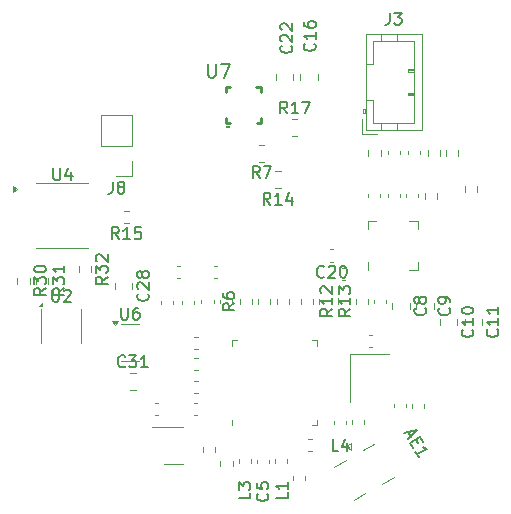
<source format=gbr>
%TF.GenerationSoftware,KiCad,Pcbnew,9.0.0*%
%TF.CreationDate,2025-06-04T23:05:04+02:00*%
%TF.ProjectId,SI4684,53493436-3834-42e6-9b69-6361645f7063,A*%
%TF.SameCoordinates,Original*%
%TF.FileFunction,Legend,Top*%
%TF.FilePolarity,Positive*%
%FSLAX46Y46*%
G04 Gerber Fmt 4.6, Leading zero omitted, Abs format (unit mm)*
G04 Created by KiCad (PCBNEW 9.0.0) date 2025-06-04 23:05:04*
%MOMM*%
%LPD*%
G01*
G04 APERTURE LIST*
%ADD10C,0.150000*%
%ADD11C,0.152000*%
%ADD12C,0.120000*%
%ADD13C,0.254000*%
G04 APERTURE END LIST*
D10*
X82474819Y-102972857D02*
X81998628Y-103306190D01*
X82474819Y-103544285D02*
X81474819Y-103544285D01*
X81474819Y-103544285D02*
X81474819Y-103163333D01*
X81474819Y-103163333D02*
X81522438Y-103068095D01*
X81522438Y-103068095D02*
X81570057Y-103020476D01*
X81570057Y-103020476D02*
X81665295Y-102972857D01*
X81665295Y-102972857D02*
X81808152Y-102972857D01*
X81808152Y-102972857D02*
X81903390Y-103020476D01*
X81903390Y-103020476D02*
X81951009Y-103068095D01*
X81951009Y-103068095D02*
X81998628Y-103163333D01*
X81998628Y-103163333D02*
X81998628Y-103544285D01*
X81474819Y-102639523D02*
X81474819Y-102020476D01*
X81474819Y-102020476D02*
X81855771Y-102353809D01*
X81855771Y-102353809D02*
X81855771Y-102210952D01*
X81855771Y-102210952D02*
X81903390Y-102115714D01*
X81903390Y-102115714D02*
X81951009Y-102068095D01*
X81951009Y-102068095D02*
X82046247Y-102020476D01*
X82046247Y-102020476D02*
X82284342Y-102020476D01*
X82284342Y-102020476D02*
X82379580Y-102068095D01*
X82379580Y-102068095D02*
X82427200Y-102115714D01*
X82427200Y-102115714D02*
X82474819Y-102210952D01*
X82474819Y-102210952D02*
X82474819Y-102496666D01*
X82474819Y-102496666D02*
X82427200Y-102591904D01*
X82427200Y-102591904D02*
X82379580Y-102639523D01*
X81474819Y-101401428D02*
X81474819Y-101306190D01*
X81474819Y-101306190D02*
X81522438Y-101210952D01*
X81522438Y-101210952D02*
X81570057Y-101163333D01*
X81570057Y-101163333D02*
X81665295Y-101115714D01*
X81665295Y-101115714D02*
X81855771Y-101068095D01*
X81855771Y-101068095D02*
X82093866Y-101068095D01*
X82093866Y-101068095D02*
X82284342Y-101115714D01*
X82284342Y-101115714D02*
X82379580Y-101163333D01*
X82379580Y-101163333D02*
X82427200Y-101210952D01*
X82427200Y-101210952D02*
X82474819Y-101306190D01*
X82474819Y-101306190D02*
X82474819Y-101401428D01*
X82474819Y-101401428D02*
X82427200Y-101496666D01*
X82427200Y-101496666D02*
X82379580Y-101544285D01*
X82379580Y-101544285D02*
X82284342Y-101591904D01*
X82284342Y-101591904D02*
X82093866Y-101639523D01*
X82093866Y-101639523D02*
X81855771Y-101639523D01*
X81855771Y-101639523D02*
X81665295Y-101591904D01*
X81665295Y-101591904D02*
X81570057Y-101544285D01*
X81570057Y-101544285D02*
X81522438Y-101496666D01*
X81522438Y-101496666D02*
X81474819Y-101401428D01*
X101487142Y-95884819D02*
X101153809Y-95408628D01*
X100915714Y-95884819D02*
X100915714Y-94884819D01*
X100915714Y-94884819D02*
X101296666Y-94884819D01*
X101296666Y-94884819D02*
X101391904Y-94932438D01*
X101391904Y-94932438D02*
X101439523Y-94980057D01*
X101439523Y-94980057D02*
X101487142Y-95075295D01*
X101487142Y-95075295D02*
X101487142Y-95218152D01*
X101487142Y-95218152D02*
X101439523Y-95313390D01*
X101439523Y-95313390D02*
X101391904Y-95361009D01*
X101391904Y-95361009D02*
X101296666Y-95408628D01*
X101296666Y-95408628D02*
X100915714Y-95408628D01*
X102439523Y-95884819D02*
X101868095Y-95884819D01*
X102153809Y-95884819D02*
X102153809Y-94884819D01*
X102153809Y-94884819D02*
X102058571Y-95027676D01*
X102058571Y-95027676D02*
X101963333Y-95122914D01*
X101963333Y-95122914D02*
X101868095Y-95170533D01*
X103296666Y-95218152D02*
X103296666Y-95884819D01*
X103058571Y-94837200D02*
X102820476Y-95551485D01*
X102820476Y-95551485D02*
X103439523Y-95551485D01*
X108264819Y-104722857D02*
X107788628Y-105056190D01*
X108264819Y-105294285D02*
X107264819Y-105294285D01*
X107264819Y-105294285D02*
X107264819Y-104913333D01*
X107264819Y-104913333D02*
X107312438Y-104818095D01*
X107312438Y-104818095D02*
X107360057Y-104770476D01*
X107360057Y-104770476D02*
X107455295Y-104722857D01*
X107455295Y-104722857D02*
X107598152Y-104722857D01*
X107598152Y-104722857D02*
X107693390Y-104770476D01*
X107693390Y-104770476D02*
X107741009Y-104818095D01*
X107741009Y-104818095D02*
X107788628Y-104913333D01*
X107788628Y-104913333D02*
X107788628Y-105294285D01*
X108264819Y-103770476D02*
X108264819Y-104341904D01*
X108264819Y-104056190D02*
X107264819Y-104056190D01*
X107264819Y-104056190D02*
X107407676Y-104151428D01*
X107407676Y-104151428D02*
X107502914Y-104246666D01*
X107502914Y-104246666D02*
X107550533Y-104341904D01*
X107264819Y-103437142D02*
X107264819Y-102818095D01*
X107264819Y-102818095D02*
X107645771Y-103151428D01*
X107645771Y-103151428D02*
X107645771Y-103008571D01*
X107645771Y-103008571D02*
X107693390Y-102913333D01*
X107693390Y-102913333D02*
X107741009Y-102865714D01*
X107741009Y-102865714D02*
X107836247Y-102818095D01*
X107836247Y-102818095D02*
X108074342Y-102818095D01*
X108074342Y-102818095D02*
X108169580Y-102865714D01*
X108169580Y-102865714D02*
X108217200Y-102913333D01*
X108217200Y-102913333D02*
X108264819Y-103008571D01*
X108264819Y-103008571D02*
X108264819Y-103294285D01*
X108264819Y-103294285D02*
X108217200Y-103389523D01*
X108217200Y-103389523D02*
X108169580Y-103437142D01*
D11*
X96212142Y-83997869D02*
X96212142Y-84923155D01*
X96212142Y-84923155D02*
X96266571Y-85032012D01*
X96266571Y-85032012D02*
X96321000Y-85086441D01*
X96321000Y-85086441D02*
X96429857Y-85140869D01*
X96429857Y-85140869D02*
X96647571Y-85140869D01*
X96647571Y-85140869D02*
X96756428Y-85086441D01*
X96756428Y-85086441D02*
X96810857Y-85032012D01*
X96810857Y-85032012D02*
X96865285Y-84923155D01*
X96865285Y-84923155D02*
X96865285Y-83997869D01*
X97300714Y-83997869D02*
X98062714Y-83997869D01*
X98062714Y-83997869D02*
X97572857Y-85140869D01*
D10*
X101229580Y-120356510D02*
X101277200Y-120404129D01*
X101277200Y-120404129D02*
X101324819Y-120546986D01*
X101324819Y-120546986D02*
X101324819Y-120642224D01*
X101324819Y-120642224D02*
X101277200Y-120785081D01*
X101277200Y-120785081D02*
X101181961Y-120880319D01*
X101181961Y-120880319D02*
X101086723Y-120927938D01*
X101086723Y-120927938D02*
X100896247Y-120975557D01*
X100896247Y-120975557D02*
X100753390Y-120975557D01*
X100753390Y-120975557D02*
X100562914Y-120927938D01*
X100562914Y-120927938D02*
X100467676Y-120880319D01*
X100467676Y-120880319D02*
X100372438Y-120785081D01*
X100372438Y-120785081D02*
X100324819Y-120642224D01*
X100324819Y-120642224D02*
X100324819Y-120546986D01*
X100324819Y-120546986D02*
X100372438Y-120404129D01*
X100372438Y-120404129D02*
X100420057Y-120356510D01*
X100324819Y-119451748D02*
X100324819Y-119927938D01*
X100324819Y-119927938D02*
X100801009Y-119975557D01*
X100801009Y-119975557D02*
X100753390Y-119927938D01*
X100753390Y-119927938D02*
X100705771Y-119832700D01*
X100705771Y-119832700D02*
X100705771Y-119594605D01*
X100705771Y-119594605D02*
X100753390Y-119499367D01*
X100753390Y-119499367D02*
X100801009Y-119451748D01*
X100801009Y-119451748D02*
X100896247Y-119404129D01*
X100896247Y-119404129D02*
X101134342Y-119404129D01*
X101134342Y-119404129D02*
X101229580Y-119451748D01*
X101229580Y-119451748D02*
X101277200Y-119499367D01*
X101277200Y-119499367D02*
X101324819Y-119594605D01*
X101324819Y-119594605D02*
X101324819Y-119832700D01*
X101324819Y-119832700D02*
X101277200Y-119927938D01*
X101277200Y-119927938D02*
X101229580Y-119975557D01*
X105219580Y-82272857D02*
X105267200Y-82320476D01*
X105267200Y-82320476D02*
X105314819Y-82463333D01*
X105314819Y-82463333D02*
X105314819Y-82558571D01*
X105314819Y-82558571D02*
X105267200Y-82701428D01*
X105267200Y-82701428D02*
X105171961Y-82796666D01*
X105171961Y-82796666D02*
X105076723Y-82844285D01*
X105076723Y-82844285D02*
X104886247Y-82891904D01*
X104886247Y-82891904D02*
X104743390Y-82891904D01*
X104743390Y-82891904D02*
X104552914Y-82844285D01*
X104552914Y-82844285D02*
X104457676Y-82796666D01*
X104457676Y-82796666D02*
X104362438Y-82701428D01*
X104362438Y-82701428D02*
X104314819Y-82558571D01*
X104314819Y-82558571D02*
X104314819Y-82463333D01*
X104314819Y-82463333D02*
X104362438Y-82320476D01*
X104362438Y-82320476D02*
X104410057Y-82272857D01*
X105314819Y-81320476D02*
X105314819Y-81891904D01*
X105314819Y-81606190D02*
X104314819Y-81606190D01*
X104314819Y-81606190D02*
X104457676Y-81701428D01*
X104457676Y-81701428D02*
X104552914Y-81796666D01*
X104552914Y-81796666D02*
X104600533Y-81891904D01*
X104314819Y-80463333D02*
X104314819Y-80653809D01*
X104314819Y-80653809D02*
X104362438Y-80749047D01*
X104362438Y-80749047D02*
X104410057Y-80796666D01*
X104410057Y-80796666D02*
X104552914Y-80891904D01*
X104552914Y-80891904D02*
X104743390Y-80939523D01*
X104743390Y-80939523D02*
X105124342Y-80939523D01*
X105124342Y-80939523D02*
X105219580Y-80891904D01*
X105219580Y-80891904D02*
X105267200Y-80844285D01*
X105267200Y-80844285D02*
X105314819Y-80749047D01*
X105314819Y-80749047D02*
X105314819Y-80558571D01*
X105314819Y-80558571D02*
X105267200Y-80463333D01*
X105267200Y-80463333D02*
X105219580Y-80415714D01*
X105219580Y-80415714D02*
X105124342Y-80368095D01*
X105124342Y-80368095D02*
X104886247Y-80368095D01*
X104886247Y-80368095D02*
X104791009Y-80415714D01*
X104791009Y-80415714D02*
X104743390Y-80463333D01*
X104743390Y-80463333D02*
X104695771Y-80558571D01*
X104695771Y-80558571D02*
X104695771Y-80749047D01*
X104695771Y-80749047D02*
X104743390Y-80844285D01*
X104743390Y-80844285D02*
X104791009Y-80891904D01*
X104791009Y-80891904D02*
X104886247Y-80939523D01*
X120709580Y-106465357D02*
X120757200Y-106512976D01*
X120757200Y-106512976D02*
X120804819Y-106655833D01*
X120804819Y-106655833D02*
X120804819Y-106751071D01*
X120804819Y-106751071D02*
X120757200Y-106893928D01*
X120757200Y-106893928D02*
X120661961Y-106989166D01*
X120661961Y-106989166D02*
X120566723Y-107036785D01*
X120566723Y-107036785D02*
X120376247Y-107084404D01*
X120376247Y-107084404D02*
X120233390Y-107084404D01*
X120233390Y-107084404D02*
X120042914Y-107036785D01*
X120042914Y-107036785D02*
X119947676Y-106989166D01*
X119947676Y-106989166D02*
X119852438Y-106893928D01*
X119852438Y-106893928D02*
X119804819Y-106751071D01*
X119804819Y-106751071D02*
X119804819Y-106655833D01*
X119804819Y-106655833D02*
X119852438Y-106512976D01*
X119852438Y-106512976D02*
X119900057Y-106465357D01*
X120804819Y-105512976D02*
X120804819Y-106084404D01*
X120804819Y-105798690D02*
X119804819Y-105798690D01*
X119804819Y-105798690D02*
X119947676Y-105893928D01*
X119947676Y-105893928D02*
X120042914Y-105989166D01*
X120042914Y-105989166D02*
X120090533Y-106084404D01*
X120804819Y-104560595D02*
X120804819Y-105132023D01*
X120804819Y-104846309D02*
X119804819Y-104846309D01*
X119804819Y-104846309D02*
X119947676Y-104941547D01*
X119947676Y-104941547D02*
X120042914Y-105036785D01*
X120042914Y-105036785D02*
X120090533Y-105132023D01*
X83028095Y-103097319D02*
X83028095Y-103906842D01*
X83028095Y-103906842D02*
X83075714Y-104002080D01*
X83075714Y-104002080D02*
X83123333Y-104049700D01*
X83123333Y-104049700D02*
X83218571Y-104097319D01*
X83218571Y-104097319D02*
X83409047Y-104097319D01*
X83409047Y-104097319D02*
X83504285Y-104049700D01*
X83504285Y-104049700D02*
X83551904Y-104002080D01*
X83551904Y-104002080D02*
X83599523Y-103906842D01*
X83599523Y-103906842D02*
X83599523Y-103097319D01*
X84028095Y-103192557D02*
X84075714Y-103144938D01*
X84075714Y-103144938D02*
X84170952Y-103097319D01*
X84170952Y-103097319D02*
X84409047Y-103097319D01*
X84409047Y-103097319D02*
X84504285Y-103144938D01*
X84504285Y-103144938D02*
X84551904Y-103192557D01*
X84551904Y-103192557D02*
X84599523Y-103287795D01*
X84599523Y-103287795D02*
X84599523Y-103383033D01*
X84599523Y-103383033D02*
X84551904Y-103525890D01*
X84551904Y-103525890D02*
X83980476Y-104097319D01*
X83980476Y-104097319D02*
X84599523Y-104097319D01*
X91109580Y-103430357D02*
X91157200Y-103477976D01*
X91157200Y-103477976D02*
X91204819Y-103620833D01*
X91204819Y-103620833D02*
X91204819Y-103716071D01*
X91204819Y-103716071D02*
X91157200Y-103858928D01*
X91157200Y-103858928D02*
X91061961Y-103954166D01*
X91061961Y-103954166D02*
X90966723Y-104001785D01*
X90966723Y-104001785D02*
X90776247Y-104049404D01*
X90776247Y-104049404D02*
X90633390Y-104049404D01*
X90633390Y-104049404D02*
X90442914Y-104001785D01*
X90442914Y-104001785D02*
X90347676Y-103954166D01*
X90347676Y-103954166D02*
X90252438Y-103858928D01*
X90252438Y-103858928D02*
X90204819Y-103716071D01*
X90204819Y-103716071D02*
X90204819Y-103620833D01*
X90204819Y-103620833D02*
X90252438Y-103477976D01*
X90252438Y-103477976D02*
X90300057Y-103430357D01*
X90300057Y-103049404D02*
X90252438Y-103001785D01*
X90252438Y-103001785D02*
X90204819Y-102906547D01*
X90204819Y-102906547D02*
X90204819Y-102668452D01*
X90204819Y-102668452D02*
X90252438Y-102573214D01*
X90252438Y-102573214D02*
X90300057Y-102525595D01*
X90300057Y-102525595D02*
X90395295Y-102477976D01*
X90395295Y-102477976D02*
X90490533Y-102477976D01*
X90490533Y-102477976D02*
X90633390Y-102525595D01*
X90633390Y-102525595D02*
X91204819Y-103097023D01*
X91204819Y-103097023D02*
X91204819Y-102477976D01*
X90633390Y-101906547D02*
X90585771Y-102001785D01*
X90585771Y-102001785D02*
X90538152Y-102049404D01*
X90538152Y-102049404D02*
X90442914Y-102097023D01*
X90442914Y-102097023D02*
X90395295Y-102097023D01*
X90395295Y-102097023D02*
X90300057Y-102049404D01*
X90300057Y-102049404D02*
X90252438Y-102001785D01*
X90252438Y-102001785D02*
X90204819Y-101906547D01*
X90204819Y-101906547D02*
X90204819Y-101716071D01*
X90204819Y-101716071D02*
X90252438Y-101620833D01*
X90252438Y-101620833D02*
X90300057Y-101573214D01*
X90300057Y-101573214D02*
X90395295Y-101525595D01*
X90395295Y-101525595D02*
X90442914Y-101525595D01*
X90442914Y-101525595D02*
X90538152Y-101573214D01*
X90538152Y-101573214D02*
X90585771Y-101620833D01*
X90585771Y-101620833D02*
X90633390Y-101716071D01*
X90633390Y-101716071D02*
X90633390Y-101906547D01*
X90633390Y-101906547D02*
X90681009Y-102001785D01*
X90681009Y-102001785D02*
X90728628Y-102049404D01*
X90728628Y-102049404D02*
X90823866Y-102097023D01*
X90823866Y-102097023D02*
X91014342Y-102097023D01*
X91014342Y-102097023D02*
X91109580Y-102049404D01*
X91109580Y-102049404D02*
X91157200Y-102001785D01*
X91157200Y-102001785D02*
X91204819Y-101906547D01*
X91204819Y-101906547D02*
X91204819Y-101716071D01*
X91204819Y-101716071D02*
X91157200Y-101620833D01*
X91157200Y-101620833D02*
X91109580Y-101573214D01*
X91109580Y-101573214D02*
X91014342Y-101525595D01*
X91014342Y-101525595D02*
X90823866Y-101525595D01*
X90823866Y-101525595D02*
X90728628Y-101573214D01*
X90728628Y-101573214D02*
X90681009Y-101620833D01*
X90681009Y-101620833D02*
X90633390Y-101716071D01*
X102944819Y-120266510D02*
X102944819Y-120742700D01*
X102944819Y-120742700D02*
X101944819Y-120742700D01*
X102944819Y-119409367D02*
X102944819Y-119980795D01*
X102944819Y-119695081D02*
X101944819Y-119695081D01*
X101944819Y-119695081D02*
X102087676Y-119790319D01*
X102087676Y-119790319D02*
X102182914Y-119885557D01*
X102182914Y-119885557D02*
X102230533Y-119980795D01*
X102907142Y-88164819D02*
X102573809Y-87688628D01*
X102335714Y-88164819D02*
X102335714Y-87164819D01*
X102335714Y-87164819D02*
X102716666Y-87164819D01*
X102716666Y-87164819D02*
X102811904Y-87212438D01*
X102811904Y-87212438D02*
X102859523Y-87260057D01*
X102859523Y-87260057D02*
X102907142Y-87355295D01*
X102907142Y-87355295D02*
X102907142Y-87498152D01*
X102907142Y-87498152D02*
X102859523Y-87593390D01*
X102859523Y-87593390D02*
X102811904Y-87641009D01*
X102811904Y-87641009D02*
X102716666Y-87688628D01*
X102716666Y-87688628D02*
X102335714Y-87688628D01*
X103859523Y-88164819D02*
X103288095Y-88164819D01*
X103573809Y-88164819D02*
X103573809Y-87164819D01*
X103573809Y-87164819D02*
X103478571Y-87307676D01*
X103478571Y-87307676D02*
X103383333Y-87402914D01*
X103383333Y-87402914D02*
X103288095Y-87450533D01*
X104192857Y-87164819D02*
X104859523Y-87164819D01*
X104859523Y-87164819D02*
X104430952Y-88164819D01*
X114579580Y-104656666D02*
X114627200Y-104704285D01*
X114627200Y-104704285D02*
X114674819Y-104847142D01*
X114674819Y-104847142D02*
X114674819Y-104942380D01*
X114674819Y-104942380D02*
X114627200Y-105085237D01*
X114627200Y-105085237D02*
X114531961Y-105180475D01*
X114531961Y-105180475D02*
X114436723Y-105228094D01*
X114436723Y-105228094D02*
X114246247Y-105275713D01*
X114246247Y-105275713D02*
X114103390Y-105275713D01*
X114103390Y-105275713D02*
X113912914Y-105228094D01*
X113912914Y-105228094D02*
X113817676Y-105180475D01*
X113817676Y-105180475D02*
X113722438Y-105085237D01*
X113722438Y-105085237D02*
X113674819Y-104942380D01*
X113674819Y-104942380D02*
X113674819Y-104847142D01*
X113674819Y-104847142D02*
X113722438Y-104704285D01*
X113722438Y-104704285D02*
X113770057Y-104656666D01*
X114103390Y-104085237D02*
X114055771Y-104180475D01*
X114055771Y-104180475D02*
X114008152Y-104228094D01*
X114008152Y-104228094D02*
X113912914Y-104275713D01*
X113912914Y-104275713D02*
X113865295Y-104275713D01*
X113865295Y-104275713D02*
X113770057Y-104228094D01*
X113770057Y-104228094D02*
X113722438Y-104180475D01*
X113722438Y-104180475D02*
X113674819Y-104085237D01*
X113674819Y-104085237D02*
X113674819Y-103894761D01*
X113674819Y-103894761D02*
X113722438Y-103799523D01*
X113722438Y-103799523D02*
X113770057Y-103751904D01*
X113770057Y-103751904D02*
X113865295Y-103704285D01*
X113865295Y-103704285D02*
X113912914Y-103704285D01*
X113912914Y-103704285D02*
X114008152Y-103751904D01*
X114008152Y-103751904D02*
X114055771Y-103799523D01*
X114055771Y-103799523D02*
X114103390Y-103894761D01*
X114103390Y-103894761D02*
X114103390Y-104085237D01*
X114103390Y-104085237D02*
X114151009Y-104180475D01*
X114151009Y-104180475D02*
X114198628Y-104228094D01*
X114198628Y-104228094D02*
X114293866Y-104275713D01*
X114293866Y-104275713D02*
X114484342Y-104275713D01*
X114484342Y-104275713D02*
X114579580Y-104228094D01*
X114579580Y-104228094D02*
X114627200Y-104180475D01*
X114627200Y-104180475D02*
X114674819Y-104085237D01*
X114674819Y-104085237D02*
X114674819Y-103894761D01*
X114674819Y-103894761D02*
X114627200Y-103799523D01*
X114627200Y-103799523D02*
X114579580Y-103751904D01*
X114579580Y-103751904D02*
X114484342Y-103704285D01*
X114484342Y-103704285D02*
X114293866Y-103704285D01*
X114293866Y-103704285D02*
X114198628Y-103751904D01*
X114198628Y-103751904D02*
X114151009Y-103799523D01*
X114151009Y-103799523D02*
X114103390Y-103894761D01*
X106037142Y-101989580D02*
X105989523Y-102037200D01*
X105989523Y-102037200D02*
X105846666Y-102084819D01*
X105846666Y-102084819D02*
X105751428Y-102084819D01*
X105751428Y-102084819D02*
X105608571Y-102037200D01*
X105608571Y-102037200D02*
X105513333Y-101941961D01*
X105513333Y-101941961D02*
X105465714Y-101846723D01*
X105465714Y-101846723D02*
X105418095Y-101656247D01*
X105418095Y-101656247D02*
X105418095Y-101513390D01*
X105418095Y-101513390D02*
X105465714Y-101322914D01*
X105465714Y-101322914D02*
X105513333Y-101227676D01*
X105513333Y-101227676D02*
X105608571Y-101132438D01*
X105608571Y-101132438D02*
X105751428Y-101084819D01*
X105751428Y-101084819D02*
X105846666Y-101084819D01*
X105846666Y-101084819D02*
X105989523Y-101132438D01*
X105989523Y-101132438D02*
X106037142Y-101180057D01*
X106418095Y-101180057D02*
X106465714Y-101132438D01*
X106465714Y-101132438D02*
X106560952Y-101084819D01*
X106560952Y-101084819D02*
X106799047Y-101084819D01*
X106799047Y-101084819D02*
X106894285Y-101132438D01*
X106894285Y-101132438D02*
X106941904Y-101180057D01*
X106941904Y-101180057D02*
X106989523Y-101275295D01*
X106989523Y-101275295D02*
X106989523Y-101370533D01*
X106989523Y-101370533D02*
X106941904Y-101513390D01*
X106941904Y-101513390D02*
X106370476Y-102084819D01*
X106370476Y-102084819D02*
X106989523Y-102084819D01*
X107608571Y-101084819D02*
X107703809Y-101084819D01*
X107703809Y-101084819D02*
X107799047Y-101132438D01*
X107799047Y-101132438D02*
X107846666Y-101180057D01*
X107846666Y-101180057D02*
X107894285Y-101275295D01*
X107894285Y-101275295D02*
X107941904Y-101465771D01*
X107941904Y-101465771D02*
X107941904Y-101703866D01*
X107941904Y-101703866D02*
X107894285Y-101894342D01*
X107894285Y-101894342D02*
X107846666Y-101989580D01*
X107846666Y-101989580D02*
X107799047Y-102037200D01*
X107799047Y-102037200D02*
X107703809Y-102084819D01*
X107703809Y-102084819D02*
X107608571Y-102084819D01*
X107608571Y-102084819D02*
X107513333Y-102037200D01*
X107513333Y-102037200D02*
X107465714Y-101989580D01*
X107465714Y-101989580D02*
X107418095Y-101894342D01*
X107418095Y-101894342D02*
X107370476Y-101703866D01*
X107370476Y-101703866D02*
X107370476Y-101465771D01*
X107370476Y-101465771D02*
X107418095Y-101275295D01*
X107418095Y-101275295D02*
X107465714Y-101180057D01*
X107465714Y-101180057D02*
X107513333Y-101132438D01*
X107513333Y-101132438D02*
X107608571Y-101084819D01*
X118589580Y-106482857D02*
X118637200Y-106530476D01*
X118637200Y-106530476D02*
X118684819Y-106673333D01*
X118684819Y-106673333D02*
X118684819Y-106768571D01*
X118684819Y-106768571D02*
X118637200Y-106911428D01*
X118637200Y-106911428D02*
X118541961Y-107006666D01*
X118541961Y-107006666D02*
X118446723Y-107054285D01*
X118446723Y-107054285D02*
X118256247Y-107101904D01*
X118256247Y-107101904D02*
X118113390Y-107101904D01*
X118113390Y-107101904D02*
X117922914Y-107054285D01*
X117922914Y-107054285D02*
X117827676Y-107006666D01*
X117827676Y-107006666D02*
X117732438Y-106911428D01*
X117732438Y-106911428D02*
X117684819Y-106768571D01*
X117684819Y-106768571D02*
X117684819Y-106673333D01*
X117684819Y-106673333D02*
X117732438Y-106530476D01*
X117732438Y-106530476D02*
X117780057Y-106482857D01*
X118684819Y-105530476D02*
X118684819Y-106101904D01*
X118684819Y-105816190D02*
X117684819Y-105816190D01*
X117684819Y-105816190D02*
X117827676Y-105911428D01*
X117827676Y-105911428D02*
X117922914Y-106006666D01*
X117922914Y-106006666D02*
X117970533Y-106101904D01*
X117684819Y-104911428D02*
X117684819Y-104816190D01*
X117684819Y-104816190D02*
X117732438Y-104720952D01*
X117732438Y-104720952D02*
X117780057Y-104673333D01*
X117780057Y-104673333D02*
X117875295Y-104625714D01*
X117875295Y-104625714D02*
X118065771Y-104578095D01*
X118065771Y-104578095D02*
X118303866Y-104578095D01*
X118303866Y-104578095D02*
X118494342Y-104625714D01*
X118494342Y-104625714D02*
X118589580Y-104673333D01*
X118589580Y-104673333D02*
X118637200Y-104720952D01*
X118637200Y-104720952D02*
X118684819Y-104816190D01*
X118684819Y-104816190D02*
X118684819Y-104911428D01*
X118684819Y-104911428D02*
X118637200Y-105006666D01*
X118637200Y-105006666D02*
X118589580Y-105054285D01*
X118589580Y-105054285D02*
X118494342Y-105101904D01*
X118494342Y-105101904D02*
X118303866Y-105149523D01*
X118303866Y-105149523D02*
X118065771Y-105149523D01*
X118065771Y-105149523D02*
X117875295Y-105101904D01*
X117875295Y-105101904D02*
X117780057Y-105054285D01*
X117780057Y-105054285D02*
X117732438Y-105006666D01*
X117732438Y-105006666D02*
X117684819Y-104911428D01*
X87704819Y-102012857D02*
X87228628Y-102346190D01*
X87704819Y-102584285D02*
X86704819Y-102584285D01*
X86704819Y-102584285D02*
X86704819Y-102203333D01*
X86704819Y-102203333D02*
X86752438Y-102108095D01*
X86752438Y-102108095D02*
X86800057Y-102060476D01*
X86800057Y-102060476D02*
X86895295Y-102012857D01*
X86895295Y-102012857D02*
X87038152Y-102012857D01*
X87038152Y-102012857D02*
X87133390Y-102060476D01*
X87133390Y-102060476D02*
X87181009Y-102108095D01*
X87181009Y-102108095D02*
X87228628Y-102203333D01*
X87228628Y-102203333D02*
X87228628Y-102584285D01*
X86704819Y-101679523D02*
X86704819Y-101060476D01*
X86704819Y-101060476D02*
X87085771Y-101393809D01*
X87085771Y-101393809D02*
X87085771Y-101250952D01*
X87085771Y-101250952D02*
X87133390Y-101155714D01*
X87133390Y-101155714D02*
X87181009Y-101108095D01*
X87181009Y-101108095D02*
X87276247Y-101060476D01*
X87276247Y-101060476D02*
X87514342Y-101060476D01*
X87514342Y-101060476D02*
X87609580Y-101108095D01*
X87609580Y-101108095D02*
X87657200Y-101155714D01*
X87657200Y-101155714D02*
X87704819Y-101250952D01*
X87704819Y-101250952D02*
X87704819Y-101536666D01*
X87704819Y-101536666D02*
X87657200Y-101631904D01*
X87657200Y-101631904D02*
X87609580Y-101679523D01*
X86800057Y-100679523D02*
X86752438Y-100631904D01*
X86752438Y-100631904D02*
X86704819Y-100536666D01*
X86704819Y-100536666D02*
X86704819Y-100298571D01*
X86704819Y-100298571D02*
X86752438Y-100203333D01*
X86752438Y-100203333D02*
X86800057Y-100155714D01*
X86800057Y-100155714D02*
X86895295Y-100108095D01*
X86895295Y-100108095D02*
X86990533Y-100108095D01*
X86990533Y-100108095D02*
X87133390Y-100155714D01*
X87133390Y-100155714D02*
X87704819Y-100727142D01*
X87704819Y-100727142D02*
X87704819Y-100108095D01*
X89197142Y-109569580D02*
X89149523Y-109617200D01*
X89149523Y-109617200D02*
X89006666Y-109664819D01*
X89006666Y-109664819D02*
X88911428Y-109664819D01*
X88911428Y-109664819D02*
X88768571Y-109617200D01*
X88768571Y-109617200D02*
X88673333Y-109521961D01*
X88673333Y-109521961D02*
X88625714Y-109426723D01*
X88625714Y-109426723D02*
X88578095Y-109236247D01*
X88578095Y-109236247D02*
X88578095Y-109093390D01*
X88578095Y-109093390D02*
X88625714Y-108902914D01*
X88625714Y-108902914D02*
X88673333Y-108807676D01*
X88673333Y-108807676D02*
X88768571Y-108712438D01*
X88768571Y-108712438D02*
X88911428Y-108664819D01*
X88911428Y-108664819D02*
X89006666Y-108664819D01*
X89006666Y-108664819D02*
X89149523Y-108712438D01*
X89149523Y-108712438D02*
X89197142Y-108760057D01*
X89530476Y-108664819D02*
X90149523Y-108664819D01*
X90149523Y-108664819D02*
X89816190Y-109045771D01*
X89816190Y-109045771D02*
X89959047Y-109045771D01*
X89959047Y-109045771D02*
X90054285Y-109093390D01*
X90054285Y-109093390D02*
X90101904Y-109141009D01*
X90101904Y-109141009D02*
X90149523Y-109236247D01*
X90149523Y-109236247D02*
X90149523Y-109474342D01*
X90149523Y-109474342D02*
X90101904Y-109569580D01*
X90101904Y-109569580D02*
X90054285Y-109617200D01*
X90054285Y-109617200D02*
X89959047Y-109664819D01*
X89959047Y-109664819D02*
X89673333Y-109664819D01*
X89673333Y-109664819D02*
X89578095Y-109617200D01*
X89578095Y-109617200D02*
X89530476Y-109569580D01*
X91101904Y-109664819D02*
X90530476Y-109664819D01*
X90816190Y-109664819D02*
X90816190Y-108664819D01*
X90816190Y-108664819D02*
X90720952Y-108807676D01*
X90720952Y-108807676D02*
X90625714Y-108902914D01*
X90625714Y-108902914D02*
X90530476Y-108950533D01*
X106724819Y-104721901D02*
X106248628Y-105055234D01*
X106724819Y-105293329D02*
X105724819Y-105293329D01*
X105724819Y-105293329D02*
X105724819Y-104912377D01*
X105724819Y-104912377D02*
X105772438Y-104817139D01*
X105772438Y-104817139D02*
X105820057Y-104769520D01*
X105820057Y-104769520D02*
X105915295Y-104721901D01*
X105915295Y-104721901D02*
X106058152Y-104721901D01*
X106058152Y-104721901D02*
X106153390Y-104769520D01*
X106153390Y-104769520D02*
X106201009Y-104817139D01*
X106201009Y-104817139D02*
X106248628Y-104912377D01*
X106248628Y-104912377D02*
X106248628Y-105293329D01*
X106724819Y-103769520D02*
X106724819Y-104340948D01*
X106724819Y-104055234D02*
X105724819Y-104055234D01*
X105724819Y-104055234D02*
X105867676Y-104150472D01*
X105867676Y-104150472D02*
X105962914Y-104245710D01*
X105962914Y-104245710D02*
X106010533Y-104340948D01*
X105820057Y-103388567D02*
X105772438Y-103340948D01*
X105772438Y-103340948D02*
X105724819Y-103245710D01*
X105724819Y-103245710D02*
X105724819Y-103007615D01*
X105724819Y-103007615D02*
X105772438Y-102912377D01*
X105772438Y-102912377D02*
X105820057Y-102864758D01*
X105820057Y-102864758D02*
X105915295Y-102817139D01*
X105915295Y-102817139D02*
X106010533Y-102817139D01*
X106010533Y-102817139D02*
X106153390Y-102864758D01*
X106153390Y-102864758D02*
X106724819Y-103436186D01*
X106724819Y-103436186D02*
X106724819Y-102817139D01*
X88848095Y-104622319D02*
X88848095Y-105431842D01*
X88848095Y-105431842D02*
X88895714Y-105527080D01*
X88895714Y-105527080D02*
X88943333Y-105574700D01*
X88943333Y-105574700D02*
X89038571Y-105622319D01*
X89038571Y-105622319D02*
X89229047Y-105622319D01*
X89229047Y-105622319D02*
X89324285Y-105574700D01*
X89324285Y-105574700D02*
X89371904Y-105527080D01*
X89371904Y-105527080D02*
X89419523Y-105431842D01*
X89419523Y-105431842D02*
X89419523Y-104622319D01*
X90324285Y-104622319D02*
X90133809Y-104622319D01*
X90133809Y-104622319D02*
X90038571Y-104669938D01*
X90038571Y-104669938D02*
X89990952Y-104717557D01*
X89990952Y-104717557D02*
X89895714Y-104860414D01*
X89895714Y-104860414D02*
X89848095Y-105050890D01*
X89848095Y-105050890D02*
X89848095Y-105431842D01*
X89848095Y-105431842D02*
X89895714Y-105527080D01*
X89895714Y-105527080D02*
X89943333Y-105574700D01*
X89943333Y-105574700D02*
X90038571Y-105622319D01*
X90038571Y-105622319D02*
X90229047Y-105622319D01*
X90229047Y-105622319D02*
X90324285Y-105574700D01*
X90324285Y-105574700D02*
X90371904Y-105527080D01*
X90371904Y-105527080D02*
X90419523Y-105431842D01*
X90419523Y-105431842D02*
X90419523Y-105193747D01*
X90419523Y-105193747D02*
X90371904Y-105098509D01*
X90371904Y-105098509D02*
X90324285Y-105050890D01*
X90324285Y-105050890D02*
X90229047Y-105003271D01*
X90229047Y-105003271D02*
X90038571Y-105003271D01*
X90038571Y-105003271D02*
X89943333Y-105050890D01*
X89943333Y-105050890D02*
X89895714Y-105098509D01*
X89895714Y-105098509D02*
X89848095Y-105193747D01*
X100583333Y-93644819D02*
X100250000Y-93168628D01*
X100011905Y-93644819D02*
X100011905Y-92644819D01*
X100011905Y-92644819D02*
X100392857Y-92644819D01*
X100392857Y-92644819D02*
X100488095Y-92692438D01*
X100488095Y-92692438D02*
X100535714Y-92740057D01*
X100535714Y-92740057D02*
X100583333Y-92835295D01*
X100583333Y-92835295D02*
X100583333Y-92978152D01*
X100583333Y-92978152D02*
X100535714Y-93073390D01*
X100535714Y-93073390D02*
X100488095Y-93121009D01*
X100488095Y-93121009D02*
X100392857Y-93168628D01*
X100392857Y-93168628D02*
X100011905Y-93168628D01*
X100916667Y-92644819D02*
X101583333Y-92644819D01*
X101583333Y-92644819D02*
X101154762Y-93644819D01*
X116619580Y-104656666D02*
X116667200Y-104704285D01*
X116667200Y-104704285D02*
X116714819Y-104847142D01*
X116714819Y-104847142D02*
X116714819Y-104942380D01*
X116714819Y-104942380D02*
X116667200Y-105085237D01*
X116667200Y-105085237D02*
X116571961Y-105180475D01*
X116571961Y-105180475D02*
X116476723Y-105228094D01*
X116476723Y-105228094D02*
X116286247Y-105275713D01*
X116286247Y-105275713D02*
X116143390Y-105275713D01*
X116143390Y-105275713D02*
X115952914Y-105228094D01*
X115952914Y-105228094D02*
X115857676Y-105180475D01*
X115857676Y-105180475D02*
X115762438Y-105085237D01*
X115762438Y-105085237D02*
X115714819Y-104942380D01*
X115714819Y-104942380D02*
X115714819Y-104847142D01*
X115714819Y-104847142D02*
X115762438Y-104704285D01*
X115762438Y-104704285D02*
X115810057Y-104656666D01*
X116714819Y-104180475D02*
X116714819Y-103989999D01*
X116714819Y-103989999D02*
X116667200Y-103894761D01*
X116667200Y-103894761D02*
X116619580Y-103847142D01*
X116619580Y-103847142D02*
X116476723Y-103751904D01*
X116476723Y-103751904D02*
X116286247Y-103704285D01*
X116286247Y-103704285D02*
X115905295Y-103704285D01*
X115905295Y-103704285D02*
X115810057Y-103751904D01*
X115810057Y-103751904D02*
X115762438Y-103799523D01*
X115762438Y-103799523D02*
X115714819Y-103894761D01*
X115714819Y-103894761D02*
X115714819Y-104085237D01*
X115714819Y-104085237D02*
X115762438Y-104180475D01*
X115762438Y-104180475D02*
X115810057Y-104228094D01*
X115810057Y-104228094D02*
X115905295Y-104275713D01*
X115905295Y-104275713D02*
X116143390Y-104275713D01*
X116143390Y-104275713D02*
X116238628Y-104228094D01*
X116238628Y-104228094D02*
X116286247Y-104180475D01*
X116286247Y-104180475D02*
X116333866Y-104085237D01*
X116333866Y-104085237D02*
X116333866Y-103894761D01*
X116333866Y-103894761D02*
X116286247Y-103799523D01*
X116286247Y-103799523D02*
X116238628Y-103751904D01*
X116238628Y-103751904D02*
X116143390Y-103704285D01*
X103249580Y-82442857D02*
X103297200Y-82490476D01*
X103297200Y-82490476D02*
X103344819Y-82633333D01*
X103344819Y-82633333D02*
X103344819Y-82728571D01*
X103344819Y-82728571D02*
X103297200Y-82871428D01*
X103297200Y-82871428D02*
X103201961Y-82966666D01*
X103201961Y-82966666D02*
X103106723Y-83014285D01*
X103106723Y-83014285D02*
X102916247Y-83061904D01*
X102916247Y-83061904D02*
X102773390Y-83061904D01*
X102773390Y-83061904D02*
X102582914Y-83014285D01*
X102582914Y-83014285D02*
X102487676Y-82966666D01*
X102487676Y-82966666D02*
X102392438Y-82871428D01*
X102392438Y-82871428D02*
X102344819Y-82728571D01*
X102344819Y-82728571D02*
X102344819Y-82633333D01*
X102344819Y-82633333D02*
X102392438Y-82490476D01*
X102392438Y-82490476D02*
X102440057Y-82442857D01*
X102440057Y-82061904D02*
X102392438Y-82014285D01*
X102392438Y-82014285D02*
X102344819Y-81919047D01*
X102344819Y-81919047D02*
X102344819Y-81680952D01*
X102344819Y-81680952D02*
X102392438Y-81585714D01*
X102392438Y-81585714D02*
X102440057Y-81538095D01*
X102440057Y-81538095D02*
X102535295Y-81490476D01*
X102535295Y-81490476D02*
X102630533Y-81490476D01*
X102630533Y-81490476D02*
X102773390Y-81538095D01*
X102773390Y-81538095D02*
X103344819Y-82109523D01*
X103344819Y-82109523D02*
X103344819Y-81490476D01*
X102440057Y-81109523D02*
X102392438Y-81061904D01*
X102392438Y-81061904D02*
X102344819Y-80966666D01*
X102344819Y-80966666D02*
X102344819Y-80728571D01*
X102344819Y-80728571D02*
X102392438Y-80633333D01*
X102392438Y-80633333D02*
X102440057Y-80585714D01*
X102440057Y-80585714D02*
X102535295Y-80538095D01*
X102535295Y-80538095D02*
X102630533Y-80538095D01*
X102630533Y-80538095D02*
X102773390Y-80585714D01*
X102773390Y-80585714D02*
X103344819Y-81157142D01*
X103344819Y-81157142D02*
X103344819Y-80538095D01*
X113131150Y-115128194D02*
X113369245Y-115540587D01*
X112836095Y-115188572D02*
X113868787Y-114977247D01*
X113868787Y-114977247D02*
X113169429Y-115765923D01*
X113789728Y-115792693D02*
X113956394Y-116081368D01*
X113574191Y-116466991D02*
X113336095Y-116054598D01*
X113336095Y-116054598D02*
X114202121Y-115554598D01*
X114202121Y-115554598D02*
X114440216Y-115966991D01*
X114050381Y-117291777D02*
X113764667Y-116796905D01*
X113907524Y-117044341D02*
X114773549Y-116544341D01*
X114773549Y-116544341D02*
X114602212Y-116533291D01*
X114602212Y-116533291D02*
X114472115Y-116498432D01*
X114472115Y-116498432D02*
X114383256Y-116439763D01*
X99794819Y-120276510D02*
X99794819Y-120752700D01*
X99794819Y-120752700D02*
X98794819Y-120752700D01*
X98794819Y-120038414D02*
X98794819Y-119419367D01*
X98794819Y-119419367D02*
X99175771Y-119752700D01*
X99175771Y-119752700D02*
X99175771Y-119609843D01*
X99175771Y-119609843D02*
X99223390Y-119514605D01*
X99223390Y-119514605D02*
X99271009Y-119466986D01*
X99271009Y-119466986D02*
X99366247Y-119419367D01*
X99366247Y-119419367D02*
X99604342Y-119419367D01*
X99604342Y-119419367D02*
X99699580Y-119466986D01*
X99699580Y-119466986D02*
X99747200Y-119514605D01*
X99747200Y-119514605D02*
X99794819Y-119609843D01*
X99794819Y-119609843D02*
X99794819Y-119895557D01*
X99794819Y-119895557D02*
X99747200Y-119990795D01*
X99747200Y-119990795D02*
X99699580Y-120038414D01*
X111596666Y-79650819D02*
X111596666Y-80365104D01*
X111596666Y-80365104D02*
X111549047Y-80507961D01*
X111549047Y-80507961D02*
X111453809Y-80603200D01*
X111453809Y-80603200D02*
X111310952Y-80650819D01*
X111310952Y-80650819D02*
X111215714Y-80650819D01*
X111977619Y-79650819D02*
X112596666Y-79650819D01*
X112596666Y-79650819D02*
X112263333Y-80031771D01*
X112263333Y-80031771D02*
X112406190Y-80031771D01*
X112406190Y-80031771D02*
X112501428Y-80079390D01*
X112501428Y-80079390D02*
X112549047Y-80127009D01*
X112549047Y-80127009D02*
X112596666Y-80222247D01*
X112596666Y-80222247D02*
X112596666Y-80460342D01*
X112596666Y-80460342D02*
X112549047Y-80555580D01*
X112549047Y-80555580D02*
X112501428Y-80603200D01*
X112501428Y-80603200D02*
X112406190Y-80650819D01*
X112406190Y-80650819D02*
X112120476Y-80650819D01*
X112120476Y-80650819D02*
X112025238Y-80603200D01*
X112025238Y-80603200D02*
X111977619Y-80555580D01*
X107253333Y-116744819D02*
X106777143Y-116744819D01*
X106777143Y-116744819D02*
X106777143Y-115744819D01*
X108015238Y-116078152D02*
X108015238Y-116744819D01*
X107777143Y-115697200D02*
X107539048Y-116411485D01*
X107539048Y-116411485D02*
X108158095Y-116411485D01*
X84054819Y-102972857D02*
X83578628Y-103306190D01*
X84054819Y-103544285D02*
X83054819Y-103544285D01*
X83054819Y-103544285D02*
X83054819Y-103163333D01*
X83054819Y-103163333D02*
X83102438Y-103068095D01*
X83102438Y-103068095D02*
X83150057Y-103020476D01*
X83150057Y-103020476D02*
X83245295Y-102972857D01*
X83245295Y-102972857D02*
X83388152Y-102972857D01*
X83388152Y-102972857D02*
X83483390Y-103020476D01*
X83483390Y-103020476D02*
X83531009Y-103068095D01*
X83531009Y-103068095D02*
X83578628Y-103163333D01*
X83578628Y-103163333D02*
X83578628Y-103544285D01*
X83054819Y-102639523D02*
X83054819Y-102020476D01*
X83054819Y-102020476D02*
X83435771Y-102353809D01*
X83435771Y-102353809D02*
X83435771Y-102210952D01*
X83435771Y-102210952D02*
X83483390Y-102115714D01*
X83483390Y-102115714D02*
X83531009Y-102068095D01*
X83531009Y-102068095D02*
X83626247Y-102020476D01*
X83626247Y-102020476D02*
X83864342Y-102020476D01*
X83864342Y-102020476D02*
X83959580Y-102068095D01*
X83959580Y-102068095D02*
X84007200Y-102115714D01*
X84007200Y-102115714D02*
X84054819Y-102210952D01*
X84054819Y-102210952D02*
X84054819Y-102496666D01*
X84054819Y-102496666D02*
X84007200Y-102591904D01*
X84007200Y-102591904D02*
X83959580Y-102639523D01*
X84054819Y-101068095D02*
X84054819Y-101639523D01*
X84054819Y-101353809D02*
X83054819Y-101353809D01*
X83054819Y-101353809D02*
X83197676Y-101449047D01*
X83197676Y-101449047D02*
X83292914Y-101544285D01*
X83292914Y-101544285D02*
X83340533Y-101639523D01*
X88126666Y-93954819D02*
X88126666Y-94669104D01*
X88126666Y-94669104D02*
X88079047Y-94811961D01*
X88079047Y-94811961D02*
X87983809Y-94907200D01*
X87983809Y-94907200D02*
X87840952Y-94954819D01*
X87840952Y-94954819D02*
X87745714Y-94954819D01*
X88745714Y-94383390D02*
X88650476Y-94335771D01*
X88650476Y-94335771D02*
X88602857Y-94288152D01*
X88602857Y-94288152D02*
X88555238Y-94192914D01*
X88555238Y-94192914D02*
X88555238Y-94145295D01*
X88555238Y-94145295D02*
X88602857Y-94050057D01*
X88602857Y-94050057D02*
X88650476Y-94002438D01*
X88650476Y-94002438D02*
X88745714Y-93954819D01*
X88745714Y-93954819D02*
X88936190Y-93954819D01*
X88936190Y-93954819D02*
X89031428Y-94002438D01*
X89031428Y-94002438D02*
X89079047Y-94050057D01*
X89079047Y-94050057D02*
X89126666Y-94145295D01*
X89126666Y-94145295D02*
X89126666Y-94192914D01*
X89126666Y-94192914D02*
X89079047Y-94288152D01*
X89079047Y-94288152D02*
X89031428Y-94335771D01*
X89031428Y-94335771D02*
X88936190Y-94383390D01*
X88936190Y-94383390D02*
X88745714Y-94383390D01*
X88745714Y-94383390D02*
X88650476Y-94431009D01*
X88650476Y-94431009D02*
X88602857Y-94478628D01*
X88602857Y-94478628D02*
X88555238Y-94573866D01*
X88555238Y-94573866D02*
X88555238Y-94764342D01*
X88555238Y-94764342D02*
X88602857Y-94859580D01*
X88602857Y-94859580D02*
X88650476Y-94907200D01*
X88650476Y-94907200D02*
X88745714Y-94954819D01*
X88745714Y-94954819D02*
X88936190Y-94954819D01*
X88936190Y-94954819D02*
X89031428Y-94907200D01*
X89031428Y-94907200D02*
X89079047Y-94859580D01*
X89079047Y-94859580D02*
X89126666Y-94764342D01*
X89126666Y-94764342D02*
X89126666Y-94573866D01*
X89126666Y-94573866D02*
X89079047Y-94478628D01*
X89079047Y-94478628D02*
X89031428Y-94431009D01*
X89031428Y-94431009D02*
X88936190Y-94383390D01*
X83120595Y-92829819D02*
X83120595Y-93639342D01*
X83120595Y-93639342D02*
X83168214Y-93734580D01*
X83168214Y-93734580D02*
X83215833Y-93782200D01*
X83215833Y-93782200D02*
X83311071Y-93829819D01*
X83311071Y-93829819D02*
X83501547Y-93829819D01*
X83501547Y-93829819D02*
X83596785Y-93782200D01*
X83596785Y-93782200D02*
X83644404Y-93734580D01*
X83644404Y-93734580D02*
X83692023Y-93639342D01*
X83692023Y-93639342D02*
X83692023Y-92829819D01*
X84596785Y-93163152D02*
X84596785Y-93829819D01*
X84358690Y-92782200D02*
X84120595Y-93496485D01*
X84120595Y-93496485D02*
X84739642Y-93496485D01*
X88657142Y-98814819D02*
X88323809Y-98338628D01*
X88085714Y-98814819D02*
X88085714Y-97814819D01*
X88085714Y-97814819D02*
X88466666Y-97814819D01*
X88466666Y-97814819D02*
X88561904Y-97862438D01*
X88561904Y-97862438D02*
X88609523Y-97910057D01*
X88609523Y-97910057D02*
X88657142Y-98005295D01*
X88657142Y-98005295D02*
X88657142Y-98148152D01*
X88657142Y-98148152D02*
X88609523Y-98243390D01*
X88609523Y-98243390D02*
X88561904Y-98291009D01*
X88561904Y-98291009D02*
X88466666Y-98338628D01*
X88466666Y-98338628D02*
X88085714Y-98338628D01*
X89609523Y-98814819D02*
X89038095Y-98814819D01*
X89323809Y-98814819D02*
X89323809Y-97814819D01*
X89323809Y-97814819D02*
X89228571Y-97957676D01*
X89228571Y-97957676D02*
X89133333Y-98052914D01*
X89133333Y-98052914D02*
X89038095Y-98100533D01*
X90514285Y-97814819D02*
X90038095Y-97814819D01*
X90038095Y-97814819D02*
X89990476Y-98291009D01*
X89990476Y-98291009D02*
X90038095Y-98243390D01*
X90038095Y-98243390D02*
X90133333Y-98195771D01*
X90133333Y-98195771D02*
X90371428Y-98195771D01*
X90371428Y-98195771D02*
X90466666Y-98243390D01*
X90466666Y-98243390D02*
X90514285Y-98291009D01*
X90514285Y-98291009D02*
X90561904Y-98386247D01*
X90561904Y-98386247D02*
X90561904Y-98624342D01*
X90561904Y-98624342D02*
X90514285Y-98719580D01*
X90514285Y-98719580D02*
X90466666Y-98767200D01*
X90466666Y-98767200D02*
X90371428Y-98814819D01*
X90371428Y-98814819D02*
X90133333Y-98814819D01*
X90133333Y-98814819D02*
X90038095Y-98767200D01*
X90038095Y-98767200D02*
X89990476Y-98719580D01*
X98444819Y-104246666D02*
X97968628Y-104579999D01*
X98444819Y-104818094D02*
X97444819Y-104818094D01*
X97444819Y-104818094D02*
X97444819Y-104437142D01*
X97444819Y-104437142D02*
X97492438Y-104341904D01*
X97492438Y-104341904D02*
X97540057Y-104294285D01*
X97540057Y-104294285D02*
X97635295Y-104246666D01*
X97635295Y-104246666D02*
X97778152Y-104246666D01*
X97778152Y-104246666D02*
X97873390Y-104294285D01*
X97873390Y-104294285D02*
X97921009Y-104341904D01*
X97921009Y-104341904D02*
X97968628Y-104437142D01*
X97968628Y-104437142D02*
X97968628Y-104818094D01*
X97444819Y-103389523D02*
X97444819Y-103579999D01*
X97444819Y-103579999D02*
X97492438Y-103675237D01*
X97492438Y-103675237D02*
X97540057Y-103722856D01*
X97540057Y-103722856D02*
X97682914Y-103818094D01*
X97682914Y-103818094D02*
X97873390Y-103865713D01*
X97873390Y-103865713D02*
X98254342Y-103865713D01*
X98254342Y-103865713D02*
X98349580Y-103818094D01*
X98349580Y-103818094D02*
X98397200Y-103770475D01*
X98397200Y-103770475D02*
X98444819Y-103675237D01*
X98444819Y-103675237D02*
X98444819Y-103484761D01*
X98444819Y-103484761D02*
X98397200Y-103389523D01*
X98397200Y-103389523D02*
X98349580Y-103341904D01*
X98349580Y-103341904D02*
X98254342Y-103294285D01*
X98254342Y-103294285D02*
X98016247Y-103294285D01*
X98016247Y-103294285D02*
X97921009Y-103341904D01*
X97921009Y-103341904D02*
X97873390Y-103389523D01*
X97873390Y-103389523D02*
X97825771Y-103484761D01*
X97825771Y-103484761D02*
X97825771Y-103675237D01*
X97825771Y-103675237D02*
X97873390Y-103770475D01*
X97873390Y-103770475D02*
X97921009Y-103818094D01*
X97921009Y-103818094D02*
X98016247Y-103865713D01*
D12*
%TO.C,R30*%
X80067500Y-102075276D02*
X80067500Y-102584724D01*
X81112500Y-102075276D02*
X81112500Y-102584724D01*
%TO.C,R14*%
X102357064Y-93045000D02*
X101902936Y-93045000D01*
X102357064Y-94515000D02*
X101902936Y-94515000D01*
%TO.C,R13*%
X108717500Y-104317258D02*
X108717500Y-103842742D01*
X109762500Y-104317258D02*
X109762500Y-103842742D01*
%TO.C,C17*%
X109839420Y-106960000D02*
X110120580Y-106960000D01*
X109839420Y-107980000D02*
X110120580Y-107980000D01*
D13*
%TO.C,U7*%
X97710000Y-85972000D02*
X97710000Y-86364000D01*
X97710000Y-85972000D02*
X98105000Y-85972000D01*
X97710000Y-88576000D02*
X97710000Y-88972000D01*
X97710000Y-88972000D02*
X98105000Y-88972000D01*
X100316000Y-85972000D02*
X100710000Y-85972000D01*
X100318000Y-88972000D02*
X100710000Y-88972000D01*
X100710000Y-86364000D02*
X100710000Y-85972000D01*
X100710000Y-88972000D02*
X100710000Y-88576000D01*
X97975000Y-89317000D02*
G75*
G02*
X97867000Y-89317000I-54000J0D01*
G01*
X97867000Y-89317000D02*
G75*
G02*
X97975000Y-89317000I54000J0D01*
G01*
D12*
%TO.C,C5*%
X100370000Y-117473733D02*
X100370000Y-117766267D01*
X101390000Y-117473733D02*
X101390000Y-117766267D01*
%TO.C,C16*%
X104015000Y-85353752D02*
X104015000Y-84831248D01*
X105485000Y-85353752D02*
X105485000Y-84831248D01*
%TO.C,X1*%
X108220000Y-108580000D02*
X108220000Y-112580000D01*
X111520000Y-108580000D02*
X108220000Y-108580000D01*
%TO.C,C11*%
X117935000Y-105561248D02*
X117935000Y-106083752D01*
X119405000Y-105561248D02*
X119405000Y-106083752D01*
%TO.C,R5*%
X105617500Y-104327258D02*
X105617500Y-103852742D01*
X106662500Y-104327258D02*
X106662500Y-103852742D01*
%TO.C,U2*%
X82080000Y-104732500D02*
X82080000Y-107592500D01*
X85500000Y-104732500D02*
X85500000Y-107592500D01*
X82190000Y-104492500D02*
X81910000Y-104492500D01*
X82190000Y-104212500D01*
X82190000Y-104492500D01*
G36*
X82190000Y-104492500D02*
G01*
X81910000Y-104492500D01*
X82190000Y-104212500D01*
X82190000Y-104492500D01*
G37*
%TO.C,C28*%
X88335000Y-102526248D02*
X88335000Y-103048752D01*
X89805000Y-102526248D02*
X89805000Y-103048752D01*
%TO.C,L1*%
X101890000Y-117781267D02*
X101890000Y-117438733D01*
X102910000Y-117781267D02*
X102910000Y-117438733D01*
%TO.C,C35*%
X93600820Y-101072356D02*
X93881980Y-101072356D01*
X93600820Y-102092356D02*
X93881980Y-102092356D01*
%TO.C,C19*%
X111470000Y-95260580D02*
X111470000Y-94979420D01*
X112490000Y-95260580D02*
X112490000Y-94979420D01*
%TO.C,R17*%
X103322936Y-90095000D02*
X103777064Y-90095000D01*
X103322936Y-88625000D02*
X103777064Y-88625000D01*
%TO.C,C8*%
X111805000Y-104228748D02*
X111805000Y-104751252D01*
X113275000Y-104228748D02*
X113275000Y-104751252D01*
%TO.C,L2*%
X113470000Y-112757221D02*
X113470000Y-113082779D01*
X114490000Y-112757221D02*
X114490000Y-113082779D01*
%TO.C,R10*%
X114587500Y-95397258D02*
X114587500Y-94922742D01*
X115632500Y-95397258D02*
X115632500Y-94922742D01*
%TO.C,R25*%
X97257500Y-118047258D02*
X97257500Y-117572742D01*
X98302500Y-118047258D02*
X98302500Y-117572742D01*
%TO.C,C26*%
X96719420Y-101080000D02*
X97000580Y-101080000D01*
X96719420Y-102100000D02*
X97000580Y-102100000D01*
%TO.C,C20*%
X106820580Y-99690000D02*
X106539420Y-99690000D01*
X106820580Y-100710000D02*
X106539420Y-100710000D01*
%TO.C,R11*%
X109782500Y-91738258D02*
X109782500Y-91263742D01*
X110827500Y-91738258D02*
X110827500Y-91263742D01*
%TO.C,C7*%
X108370000Y-114450580D02*
X108370000Y-114169420D01*
X109390000Y-114450580D02*
X109390000Y-114169420D01*
%TO.C,C29*%
X94031200Y-104301536D02*
X94031200Y-104020376D01*
X95051200Y-104301536D02*
X95051200Y-104020376D01*
%TO.C,C12*%
X106842100Y-114456436D02*
X106842100Y-114175276D01*
X107862100Y-114456436D02*
X107862100Y-114175276D01*
%TO.C,U5*%
X109750000Y-97250000D02*
X110475000Y-97250000D01*
X109750000Y-97975000D02*
X109750000Y-97250000D01*
X109750000Y-100745000D02*
X109750000Y-101470000D01*
X113970000Y-97250000D02*
X113245000Y-97250000D01*
X113970000Y-97975000D02*
X113970000Y-97250000D01*
X113970000Y-100745000D02*
X113970000Y-101470000D01*
X113970000Y-101470000D02*
X113245000Y-101470000D01*
%TO.C,C10*%
X115815000Y-105578748D02*
X115815000Y-106101252D01*
X117285000Y-105578748D02*
X117285000Y-106101252D01*
%TO.C,C3*%
X103420000Y-118899420D02*
X103420000Y-119180580D01*
X104440000Y-118899420D02*
X104440000Y-119180580D01*
%TO.C,R26*%
X95767500Y-116867258D02*
X95767500Y-116392742D01*
X96812500Y-116867258D02*
X96812500Y-116392742D01*
%TO.C,C40*%
X95329180Y-108895556D02*
X95048020Y-108895556D01*
X95329180Y-109915556D02*
X95048020Y-109915556D01*
%TO.C,R32*%
X86342500Y-101115276D02*
X86342500Y-101624724D01*
X85297500Y-101115276D02*
X85297500Y-101624724D01*
%TO.C,C31*%
X89578748Y-110155000D02*
X90101252Y-110155000D01*
X89578748Y-111625000D02*
X90101252Y-111625000D01*
%TO.C,R12*%
X107177500Y-104316302D02*
X107177500Y-103841786D01*
X108222500Y-104316302D02*
X108222500Y-103841786D01*
%TO.C,U6*%
X89610000Y-106007500D02*
X88810000Y-106007500D01*
X89610000Y-106007500D02*
X90410000Y-106007500D01*
X89610000Y-109127500D02*
X88810000Y-109127500D01*
X89610000Y-109127500D02*
X90410000Y-109127500D01*
X88310000Y-106057500D02*
X88070000Y-105727500D01*
X88550000Y-105727500D01*
X88310000Y-106057500D01*
G36*
X88310000Y-106057500D02*
G01*
X88070000Y-105727500D01*
X88550000Y-105727500D01*
X88310000Y-106057500D01*
G37*
%TO.C,R8*%
X116322500Y-91737258D02*
X116322500Y-91262742D01*
X117367500Y-91737258D02*
X117367500Y-91262742D01*
%TO.C,R7*%
X100977064Y-90805000D02*
X100522936Y-90805000D01*
X100977064Y-92275000D02*
X100522936Y-92275000D01*
%TO.C,C41*%
X95329180Y-110825956D02*
X95048020Y-110825956D01*
X95329180Y-111845956D02*
X95048020Y-111845956D01*
%TO.C,R1*%
X117937500Y-94312742D02*
X117937500Y-94787258D01*
X118982500Y-94312742D02*
X118982500Y-94787258D01*
%TO.C,C9*%
X113845000Y-104228748D02*
X113845000Y-104751252D01*
X115315000Y-104228748D02*
X115315000Y-104751252D01*
%TO.C,U3*%
X98231600Y-107374756D02*
X98706600Y-107374756D01*
X98231600Y-107849756D02*
X98231600Y-107374756D01*
X98231600Y-114119756D02*
X98231600Y-114594756D01*
X105451600Y-107374756D02*
X104976600Y-107374756D01*
X105451600Y-107849756D02*
X105451600Y-107374756D01*
X105451600Y-114119756D02*
X105451600Y-114594756D01*
X105451600Y-114594756D02*
X104976600Y-114594756D01*
%TO.C,C15*%
X112990000Y-95260580D02*
X112990000Y-94979420D01*
X114010000Y-95260580D02*
X114010000Y-94979420D01*
%TO.C,C22*%
X101975000Y-85351252D02*
X101975000Y-84828748D01*
X103445000Y-85351252D02*
X103445000Y-84828748D01*
%TO.C,AE1*%
X106917774Y-118088104D02*
X107879064Y-117533101D01*
X107865018Y-116328774D02*
X108331524Y-116636789D01*
X108298029Y-116078776D02*
X107865018Y-116328774D01*
X108331524Y-116636789D02*
X108298029Y-116078776D01*
X108542773Y-120902686D02*
X109504061Y-120347686D01*
X109333986Y-116693104D02*
X110295275Y-116138102D01*
X110958984Y-119507686D02*
X111920275Y-118952685D01*
%TO.C,C38*%
X95342180Y-107066756D02*
X95061020Y-107066756D01*
X95342180Y-108086756D02*
X95061020Y-108086756D01*
%TO.C,R3*%
X102017500Y-104327258D02*
X102017500Y-103852742D01*
X103062500Y-104327258D02*
X103062500Y-103852742D01*
%TO.C,L3*%
X98830000Y-117448733D02*
X98830000Y-117791267D01*
X99850000Y-117448733D02*
X99850000Y-117791267D01*
%TO.C,J3*%
X109270000Y-88640000D02*
X109270000Y-89890000D01*
X109270000Y-89890000D02*
X110520000Y-89890000D01*
X109370000Y-87830000D02*
X109370000Y-88130000D01*
X109370000Y-88130000D02*
X109570000Y-88130000D01*
X109470000Y-87830000D02*
X109470000Y-88130000D01*
X109570000Y-81470000D02*
X109570000Y-89590000D01*
X109570000Y-87030000D02*
X110180000Y-87030000D01*
X109570000Y-87830000D02*
X109370000Y-87830000D01*
X109570000Y-89590000D02*
X114290000Y-89590000D01*
X110180000Y-82080000D02*
X110180000Y-84030000D01*
X110180000Y-84030000D02*
X109570000Y-84030000D01*
X110180000Y-87030000D02*
X110180000Y-88980000D01*
X110180000Y-88980000D02*
X113680000Y-88980000D01*
X110880000Y-81470000D02*
X110880000Y-82080000D01*
X110880000Y-89590000D02*
X110880000Y-88980000D01*
X112180000Y-81470000D02*
X112180000Y-82080000D01*
X112180000Y-89590000D02*
X112180000Y-88980000D01*
X113180000Y-84430000D02*
X113680000Y-84430000D01*
X113180000Y-84630000D02*
X113180000Y-84430000D01*
X113180000Y-86430000D02*
X113680000Y-86430000D01*
X113180000Y-86630000D02*
X113180000Y-86430000D01*
X113680000Y-82080000D02*
X110180000Y-82080000D01*
X113680000Y-84530000D02*
X113180000Y-84530000D01*
X113680000Y-84630000D02*
X113180000Y-84630000D01*
X113680000Y-86530000D02*
X113180000Y-86530000D01*
X113680000Y-86630000D02*
X113180000Y-86630000D01*
X113680000Y-88980000D02*
X113680000Y-82080000D01*
X114290000Y-81470000D02*
X109570000Y-81470000D01*
X114290000Y-89590000D02*
X114290000Y-81470000D01*
%TO.C,C6*%
X111930000Y-113050580D02*
X111930000Y-112769420D01*
X112950000Y-113050580D02*
X112950000Y-112769420D01*
%TO.C,L4*%
X104698733Y-115760000D02*
X105041267Y-115760000D01*
X104698733Y-116780000D02*
X105041267Y-116780000D01*
%TO.C,R2*%
X100457500Y-104327258D02*
X100457500Y-103852742D01*
X101502500Y-104327258D02*
X101502500Y-103852742D01*
%TO.C,C14*%
X110250000Y-103939420D02*
X110250000Y-104220580D01*
X111270000Y-103939420D02*
X111270000Y-104220580D01*
%TO.C,C4*%
X95018420Y-112680156D02*
X95299580Y-112680156D01*
X95018420Y-113700156D02*
X95299580Y-113700156D01*
%TO.C,R31*%
X82692500Y-102075276D02*
X82692500Y-102584724D01*
X81647500Y-102075276D02*
X81647500Y-102584724D01*
%TO.C,J8*%
X87130000Y-90900000D02*
X87130000Y-88300000D01*
X89790000Y-88300000D02*
X87130000Y-88300000D01*
X89790000Y-90900000D02*
X87130000Y-90900000D01*
X89790000Y-90900000D02*
X89790000Y-88300000D01*
X89790000Y-92170000D02*
X89790000Y-93500000D01*
X89790000Y-93500000D02*
X88460000Y-93500000D01*
%TO.C,R4*%
X104083500Y-104327258D02*
X104083500Y-103852742D01*
X105128500Y-104327258D02*
X105128500Y-103852742D01*
%TO.C,C21*%
X109720000Y-95260580D02*
X109720000Y-94979420D01*
X110740000Y-95260580D02*
X110740000Y-94979420D01*
%TO.C,C30*%
X92202400Y-104301536D02*
X92202400Y-104020376D01*
X93222400Y-104301536D02*
X93222400Y-104020376D01*
%TO.C,U4*%
X83882500Y-94090000D02*
X81682500Y-94090000D01*
X83882500Y-94090000D02*
X86082500Y-94090000D01*
X83882500Y-99560000D02*
X81682500Y-99560000D01*
X83882500Y-99560000D02*
X86082500Y-99560000D01*
X80022500Y-94550000D02*
X79692500Y-94790000D01*
X79692500Y-94310000D01*
X80022500Y-94550000D01*
G36*
X80022500Y-94550000D02*
G01*
X79692500Y-94790000D01*
X79692500Y-94310000D01*
X80022500Y-94550000D01*
G37*
%TO.C,C25*%
X95660000Y-104230580D02*
X95660000Y-103949420D01*
X96680000Y-104230580D02*
X96680000Y-103949420D01*
%TO.C,C23*%
X97230000Y-104210580D02*
X97230000Y-103929420D01*
X98250000Y-104210580D02*
X98250000Y-103929420D01*
%TO.C,C18*%
X107815580Y-101220000D02*
X107534420Y-101220000D01*
X107815580Y-102240000D02*
X107534420Y-102240000D01*
%TO.C,C34*%
X113155000Y-91365420D02*
X113155000Y-91646580D01*
X114175000Y-91365420D02*
X114175000Y-91646580D01*
%TO.C,C1*%
X91997580Y-112680156D02*
X91716420Y-112680156D01*
X91997580Y-113700156D02*
X91716420Y-113700156D01*
%TO.C,R15*%
X89537258Y-96407500D02*
X89062742Y-96407500D01*
X89537258Y-97452500D02*
X89062742Y-97452500D01*
%TO.C,U1*%
X93259500Y-114744156D02*
X91459500Y-114744156D01*
X93259500Y-114744156D02*
X94059500Y-114744156D01*
X93259500Y-117864156D02*
X92459500Y-117864156D01*
X93259500Y-117864156D02*
X94059500Y-117864156D01*
%TO.C,C39*%
X111485000Y-91360420D02*
X111485000Y-91641580D01*
X112505000Y-91360420D02*
X112505000Y-91641580D01*
%TO.C,R9*%
X114797500Y-91747258D02*
X114797500Y-91272742D01*
X115842500Y-91747258D02*
X115842500Y-91272742D01*
%TO.C,R6*%
X98897500Y-104317258D02*
X98897500Y-103842742D01*
X99942500Y-104317258D02*
X99942500Y-103842742D01*
%TD*%
M02*

</source>
